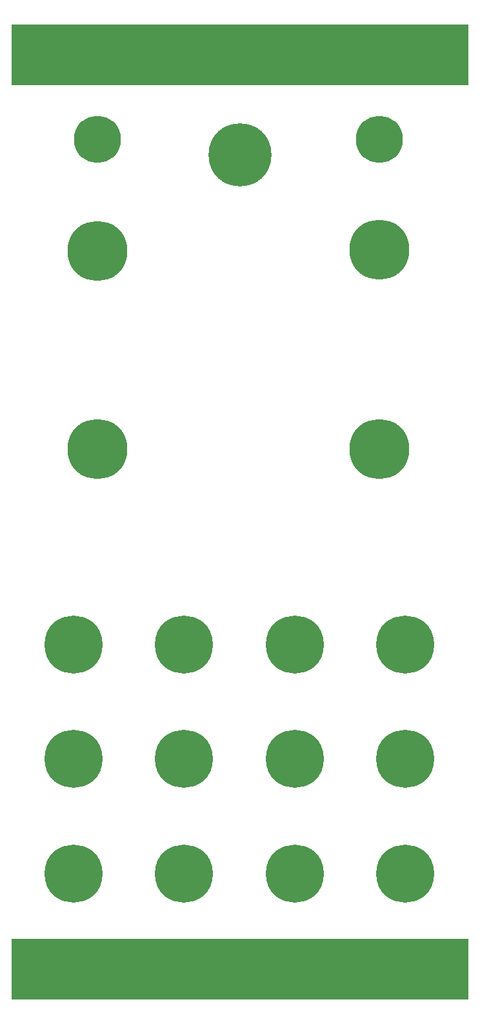
<source format=gbr>
G04 #@! TF.GenerationSoftware,KiCad,Pcbnew,8.0.5*
G04 #@! TF.CreationDate,2024-10-11T08:36:34-07:00*
G04 #@! TF.ProjectId,Sampler-built-FACEPLATE,53616d70-6c65-4722-9d62-75696c742d46,rev?*
G04 #@! TF.SameCoordinates,PXff8daa79PY77b0550*
G04 #@! TF.FileFunction,Soldermask,Bot*
G04 #@! TF.FilePolarity,Negative*
%FSLAX46Y46*%
G04 Gerber Fmt 4.6, Leading zero omitted, Abs format (unit mm)*
G04 Created by KiCad (PCBNEW 8.0.5) date 2024-10-11 08:36:34*
%MOMM*%
%LPD*%
G01*
G04 APERTURE LIST*
%ADD10R,60.000000X8.000000*%
%ADD11C,6.172200*%
%ADD12C,7.620000*%
%ADD13O,7.366000X4.191000*%
%ADD14C,8.255000*%
%ADD15C,7.874000*%
G04 APERTURE END LIST*
D10*
G04 #@! TO.C,*
X30300000Y4250000D03*
G04 #@! TD*
D11*
G04 #@! TO.C,REF\u002A\u002A*
X48560000Y113154000D03*
G04 #@! TD*
D12*
G04 #@! TO.C,REF\u002A\u002A*
X22957000Y46815000D03*
G04 #@! TD*
D13*
G04 #@! TO.C,REF\u002A\u002A*
X7492999Y125502800D03*
G04 #@! TD*
D12*
G04 #@! TO.C,REF\u002A\u002A*
X52006000Y16790000D03*
G04 #@! TD*
D14*
G04 #@! TO.C,LOCK1*
X30331000Y111122000D03*
G04 #@! TD*
D13*
G04 #@! TO.C,REF\u002A\u002A*
X53107000Y125502800D03*
G04 #@! TD*
D12*
G04 #@! TO.C,REF\u002A\u002A*
X22958000Y16790000D03*
G04 #@! TD*
G04 #@! TO.C,REF\u002A\u002A*
X37485000Y46815000D03*
G04 #@! TD*
D11*
G04 #@! TO.C,REF\u002A\u002A*
X11620000Y113154000D03*
G04 #@! TD*
D12*
G04 #@! TO.C,REF\u002A\u002A*
X52006000Y46815000D03*
G04 #@! TD*
D15*
G04 #@! TO.C,REF\u002A\u002A*
X11620000Y98507000D03*
G04 #@! TD*
D12*
G04 #@! TO.C,REF\u002A\u002A*
X52006000Y31819000D03*
G04 #@! TD*
D13*
G04 #@! TO.C,REF\u002A\u002A*
X7492999Y2997200D03*
G04 #@! TD*
D12*
G04 #@! TO.C,REF\u002A\u002A*
X37485000Y16790000D03*
G04 #@! TD*
G04 #@! TO.C,REF\u002A\u002A*
X8431000Y46815000D03*
G04 #@! TD*
G04 #@! TO.C,REF\u002A\u002A*
X8430000Y16790000D03*
G04 #@! TD*
G04 #@! TO.C,REF\u002A\u002A*
X37485000Y31819000D03*
G04 #@! TD*
D15*
G04 #@! TO.C,REF\u002A\u002A*
X48560000Y72514000D03*
G04 #@! TD*
G04 #@! TO.C,REF\u002A\u002A*
X11620000Y72514000D03*
G04 #@! TD*
D12*
G04 #@! TO.C,REF\u002A\u002A*
X22958000Y31819000D03*
G04 #@! TD*
D13*
G04 #@! TO.C,REF\u002A\u002A*
X53107000Y2997200D03*
G04 #@! TD*
D15*
G04 #@! TO.C,REF\u002A\u002A*
X48560000Y98676000D03*
G04 #@! TD*
D12*
G04 #@! TO.C,REF\u002A\u002A*
X8431000Y31819000D03*
G04 #@! TD*
D10*
G04 #@! TO.C,REF\u002A\u002A*
X30300000Y124250000D03*
G04 #@! TD*
M02*

</source>
